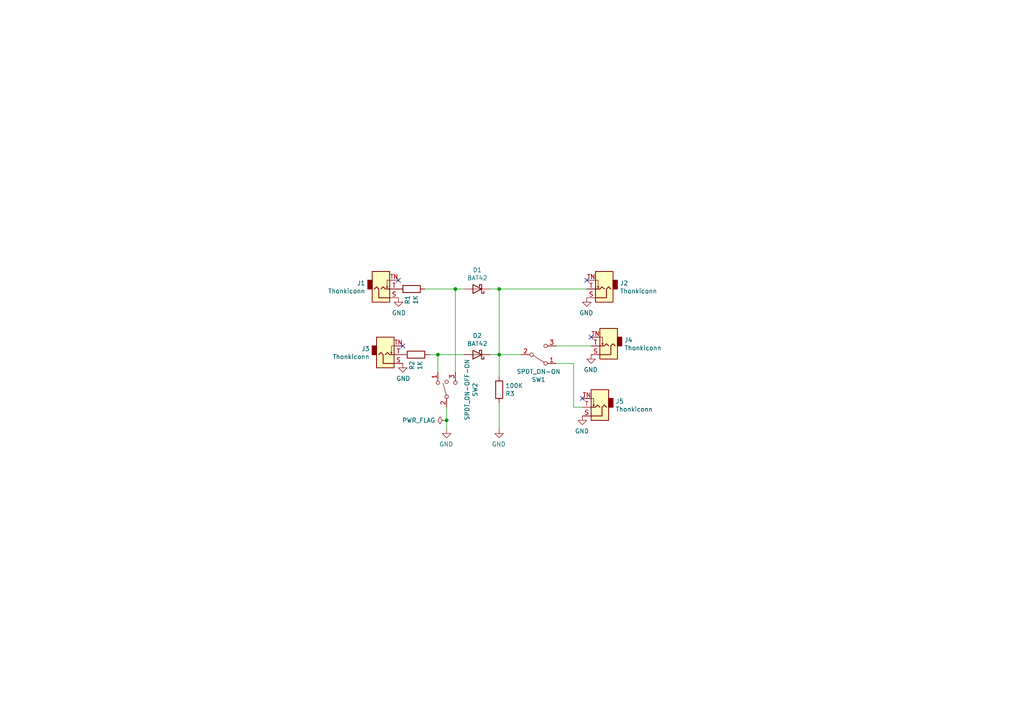
<source format=kicad_sch>
(kicad_sch (version 20211123) (generator eeschema)

  (uuid d3512588-edde-4735-a9a1-be9f02a7cc04)

  (paper "A4")

  (title_block
    (title "TRIGGER WARNING")
    (company "MŽOURACK INDUSTRIES")
  )

  (lib_symbols
    (symbol "Connector:AudioJack2_SwitchT" (in_bom yes) (on_board yes)
      (property "Reference" "J" (id 0) (at 0 8.89 0)
        (effects (font (size 1.27 1.27)))
      )
      (property "Value" "AudioJack2_SwitchT" (id 1) (at 0 6.35 0)
        (effects (font (size 1.27 1.27)))
      )
      (property "Footprint" "" (id 2) (at 0 0 0)
        (effects (font (size 1.27 1.27)) hide)
      )
      (property "Datasheet" "~" (id 3) (at 0 0 0)
        (effects (font (size 1.27 1.27)) hide)
      )
      (property "ki_keywords" "audio jack receptacle mono headphones phone TS connector" (id 4) (at 0 0 0)
        (effects (font (size 1.27 1.27)) hide)
      )
      (property "ki_description" "Audio Jack, 2 Poles (Mono / TS), Switched T Pole (Normalling)" (id 5) (at 0 0 0)
        (effects (font (size 1.27 1.27)) hide)
      )
      (property "ki_fp_filters" "Jack*" (id 6) (at 0 0 0)
        (effects (font (size 1.27 1.27)) hide)
      )
      (symbol "AudioJack2_SwitchT_0_1"
        (rectangle (start -2.54 0) (end -3.81 -2.54)
          (stroke (width 0.254) (type default) (color 0 0 0 0))
          (fill (type outline))
        )
        (polyline
          (pts
            (xy 1.778 -0.254)
            (xy 2.032 -0.762)
          )
          (stroke (width 0) (type default) (color 0 0 0 0))
          (fill (type none))
        )
        (polyline
          (pts
            (xy 0 0)
            (xy 0.635 -0.635)
            (xy 1.27 0)
            (xy 2.54 0)
          )
          (stroke (width 0.254) (type default) (color 0 0 0 0))
          (fill (type none))
        )
        (polyline
          (pts
            (xy 2.54 -2.54)
            (xy 1.778 -2.54)
            (xy 1.778 -0.254)
            (xy 1.524 -0.762)
          )
          (stroke (width 0) (type default) (color 0 0 0 0))
          (fill (type none))
        )
        (polyline
          (pts
            (xy 2.54 2.54)
            (xy -0.635 2.54)
            (xy -0.635 0)
            (xy -1.27 -0.635)
            (xy -1.905 0)
          )
          (stroke (width 0.254) (type default) (color 0 0 0 0))
          (fill (type none))
        )
        (rectangle (start 2.54 3.81) (end -2.54 -5.08)
          (stroke (width 0.254) (type default) (color 0 0 0 0))
          (fill (type background))
        )
      )
      (symbol "AudioJack2_SwitchT_1_1"
        (pin passive line (at 5.08 2.54 180) (length 2.54)
          (name "~" (effects (font (size 1.27 1.27))))
          (number "S" (effects (font (size 1.27 1.27))))
        )
        (pin passive line (at 5.08 0 180) (length 2.54)
          (name "~" (effects (font (size 1.27 1.27))))
          (number "T" (effects (font (size 1.27 1.27))))
        )
        (pin passive line (at 5.08 -2.54 180) (length 2.54)
          (name "~" (effects (font (size 1.27 1.27))))
          (number "TN" (effects (font (size 1.27 1.27))))
        )
      )
    )
    (symbol "Device:R" (pin_numbers hide) (pin_names (offset 0)) (in_bom yes) (on_board yes)
      (property "Reference" "R" (id 0) (at 2.032 0 90)
        (effects (font (size 1.27 1.27)))
      )
      (property "Value" "R" (id 1) (at 0 0 90)
        (effects (font (size 1.27 1.27)))
      )
      (property "Footprint" "" (id 2) (at -1.778 0 90)
        (effects (font (size 1.27 1.27)) hide)
      )
      (property "Datasheet" "~" (id 3) (at 0 0 0)
        (effects (font (size 1.27 1.27)) hide)
      )
      (property "ki_keywords" "R res resistor" (id 4) (at 0 0 0)
        (effects (font (size 1.27 1.27)) hide)
      )
      (property "ki_description" "Resistor" (id 5) (at 0 0 0)
        (effects (font (size 1.27 1.27)) hide)
      )
      (property "ki_fp_filters" "R_*" (id 6) (at 0 0 0)
        (effects (font (size 1.27 1.27)) hide)
      )
      (symbol "R_0_1"
        (rectangle (start -1.016 -2.54) (end 1.016 2.54)
          (stroke (width 0.254) (type default) (color 0 0 0 0))
          (fill (type none))
        )
      )
      (symbol "R_1_1"
        (pin passive line (at 0 3.81 270) (length 1.27)
          (name "~" (effects (font (size 1.27 1.27))))
          (number "1" (effects (font (size 1.27 1.27))))
        )
        (pin passive line (at 0 -3.81 90) (length 1.27)
          (name "~" (effects (font (size 1.27 1.27))))
          (number "2" (effects (font (size 1.27 1.27))))
        )
      )
    )
    (symbol "Diode:BAT42" (pin_numbers hide) (pin_names (offset 1.016) hide) (in_bom yes) (on_board yes)
      (property "Reference" "D" (id 0) (at 0 2.54 0)
        (effects (font (size 1.27 1.27)))
      )
      (property "Value" "BAT42" (id 1) (at 0 -2.54 0)
        (effects (font (size 1.27 1.27)))
      )
      (property "Footprint" "Diode_THT:D_DO-35_SOD27_P7.62mm_Horizontal" (id 2) (at 0 -4.445 0)
        (effects (font (size 1.27 1.27)) hide)
      )
      (property "Datasheet" "http://www.vishay.com/docs/85660/bat42.pdf" (id 3) (at 0 0 0)
        (effects (font (size 1.27 1.27)) hide)
      )
      (property "ki_keywords" "diode Schottky" (id 4) (at 0 0 0)
        (effects (font (size 1.27 1.27)) hide)
      )
      (property "ki_description" "30V 0.2A Small Signal Schottky Diode, DO-35" (id 5) (at 0 0 0)
        (effects (font (size 1.27 1.27)) hide)
      )
      (property "ki_fp_filters" "D*DO?35*" (id 6) (at 0 0 0)
        (effects (font (size 1.27 1.27)) hide)
      )
      (symbol "BAT42_0_1"
        (polyline
          (pts
            (xy 1.27 0)
            (xy -1.27 0)
          )
          (stroke (width 0) (type default) (color 0 0 0 0))
          (fill (type none))
        )
        (polyline
          (pts
            (xy 1.27 1.27)
            (xy 1.27 -1.27)
            (xy -1.27 0)
            (xy 1.27 1.27)
          )
          (stroke (width 0.254) (type default) (color 0 0 0 0))
          (fill (type none))
        )
        (polyline
          (pts
            (xy -1.905 0.635)
            (xy -1.905 1.27)
            (xy -1.27 1.27)
            (xy -1.27 -1.27)
            (xy -0.635 -1.27)
            (xy -0.635 -0.635)
          )
          (stroke (width 0.254) (type default) (color 0 0 0 0))
          (fill (type none))
        )
      )
      (symbol "BAT42_1_1"
        (pin passive line (at -3.81 0 0) (length 2.54)
          (name "K" (effects (font (size 1.27 1.27))))
          (number "1" (effects (font (size 1.27 1.27))))
        )
        (pin passive line (at 3.81 0 180) (length 2.54)
          (name "A" (effects (font (size 1.27 1.27))))
          (number "2" (effects (font (size 1.27 1.27))))
        )
      )
    )
    (symbol "Switch:SW_SPDT" (pin_names (offset 0) hide) (in_bom yes) (on_board yes)
      (property "Reference" "SW" (id 0) (at 0 4.318 0)
        (effects (font (size 1.27 1.27)))
      )
      (property "Value" "SW_SPDT" (id 1) (at 0 -5.08 0)
        (effects (font (size 1.27 1.27)))
      )
      (property "Footprint" "" (id 2) (at 0 0 0)
        (effects (font (size 1.27 1.27)) hide)
      )
      (property "Datasheet" "~" (id 3) (at 0 0 0)
        (effects (font (size 1.27 1.27)) hide)
      )
      (property "ki_keywords" "switch single-pole double-throw spdt ON-ON" (id 4) (at 0 0 0)
        (effects (font (size 1.27 1.27)) hide)
      )
      (property "ki_description" "Switch, single pole double throw" (id 5) (at 0 0 0)
        (effects (font (size 1.27 1.27)) hide)
      )
      (symbol "SW_SPDT_0_0"
        (circle (center -2.032 0) (radius 0.508)
          (stroke (width 0) (type default) (color 0 0 0 0))
          (fill (type none))
        )
        (circle (center 2.032 -2.54) (radius 0.508)
          (stroke (width 0) (type default) (color 0 0 0 0))
          (fill (type none))
        )
      )
      (symbol "SW_SPDT_0_1"
        (polyline
          (pts
            (xy -1.524 0.254)
            (xy 1.651 2.286)
          )
          (stroke (width 0) (type default) (color 0 0 0 0))
          (fill (type none))
        )
        (circle (center 2.032 2.54) (radius 0.508)
          (stroke (width 0) (type default) (color 0 0 0 0))
          (fill (type none))
        )
      )
      (symbol "SW_SPDT_1_1"
        (pin passive line (at 5.08 2.54 180) (length 2.54)
          (name "A" (effects (font (size 1.27 1.27))))
          (number "1" (effects (font (size 1.27 1.27))))
        )
        (pin passive line (at -5.08 0 0) (length 2.54)
          (name "B" (effects (font (size 1.27 1.27))))
          (number "2" (effects (font (size 1.27 1.27))))
        )
        (pin passive line (at 5.08 -2.54 180) (length 2.54)
          (name "C" (effects (font (size 1.27 1.27))))
          (number "3" (effects (font (size 1.27 1.27))))
        )
      )
    )
    (symbol "Switch:SW_SPDT_MSM" (pin_names (offset 0) hide) (in_bom yes) (on_board yes)
      (property "Reference" "SW" (id 0) (at 0 5.08 0)
        (effects (font (size 1.27 1.27)))
      )
      (property "Value" "SW_SPDT_MSM" (id 1) (at 0 -5.08 0)
        (effects (font (size 1.27 1.27)))
      )
      (property "Footprint" "" (id 2) (at 0 0 0)
        (effects (font (size 1.27 1.27)) hide)
      )
      (property "Datasheet" "~" (id 3) (at 0 0 0)
        (effects (font (size 1.27 1.27)) hide)
      )
      (property "ki_keywords" "switch spdt single-pole double-throw ON-OFF-ON" (id 4) (at 0 0 0)
        (effects (font (size 1.27 1.27)) hide)
      )
      (property "ki_description" "Switch, single pole double throw, center OFF position" (id 5) (at 0 0 0)
        (effects (font (size 1.27 1.27)) hide)
      )
      (symbol "SW_SPDT_MSM_0_0"
        (circle (center -2.032 0) (radius 0.508)
          (stroke (width 0) (type default) (color 0 0 0 0))
          (fill (type none))
        )
        (polyline
          (pts
            (xy -1.524 0.127)
            (xy 1.778 1.016)
          )
          (stroke (width 0) (type default) (color 0 0 0 0))
          (fill (type none))
        )
        (circle (center 2.032 -2.54) (radius 0.508)
          (stroke (width 0) (type default) (color 0 0 0 0))
          (fill (type none))
        )
      )
      (symbol "SW_SPDT_MSM_0_1"
        (circle (center 2.032 2.54) (radius 0.508)
          (stroke (width 0) (type default) (color 0 0 0 0))
          (fill (type none))
        )
        (circle (center 2.286 0) (radius 0.508)
          (stroke (width 0) (type default) (color 0 0 0 0))
          (fill (type none))
        )
      )
      (symbol "SW_SPDT_MSM_1_1"
        (pin passive line (at 5.08 2.54 180) (length 2.54)
          (name "1" (effects (font (size 1.27 1.27))))
          (number "1" (effects (font (size 1.27 1.27))))
        )
        (pin passive line (at -5.08 0 0) (length 2.54)
          (name "2" (effects (font (size 1.27 1.27))))
          (number "2" (effects (font (size 1.27 1.27))))
        )
        (pin passive line (at 5.08 -2.54 180) (length 2.54)
          (name "3" (effects (font (size 1.27 1.27))))
          (number "3" (effects (font (size 1.27 1.27))))
        )
      )
    )
    (symbol "power:GND" (power) (pin_names (offset 0)) (in_bom yes) (on_board yes)
      (property "Reference" "#PWR" (id 0) (at 0 -6.35 0)
        (effects (font (size 1.27 1.27)) hide)
      )
      (property "Value" "GND" (id 1) (at 0 -3.81 0)
        (effects (font (size 1.27 1.27)))
      )
      (property "Footprint" "" (id 2) (at 0 0 0)
        (effects (font (size 1.27 1.27)) hide)
      )
      (property "Datasheet" "" (id 3) (at 0 0 0)
        (effects (font (size 1.27 1.27)) hide)
      )
      (property "ki_keywords" "power-flag" (id 4) (at 0 0 0)
        (effects (font (size 1.27 1.27)) hide)
      )
      (property "ki_description" "Power symbol creates a global label with name \"GND\" , ground" (id 5) (at 0 0 0)
        (effects (font (size 1.27 1.27)) hide)
      )
      (symbol "GND_0_1"
        (polyline
          (pts
            (xy 0 0)
            (xy 0 -1.27)
            (xy 1.27 -1.27)
            (xy 0 -2.54)
            (xy -1.27 -1.27)
            (xy 0 -1.27)
          )
          (stroke (width 0) (type default) (color 0 0 0 0))
          (fill (type none))
        )
      )
      (symbol "GND_1_1"
        (pin power_in line (at 0 0 270) (length 0) hide
          (name "GND" (effects (font (size 1.27 1.27))))
          (number "1" (effects (font (size 1.27 1.27))))
        )
      )
    )
    (symbol "power:PWR_FLAG" (power) (pin_numbers hide) (pin_names (offset 0) hide) (in_bom yes) (on_board yes)
      (property "Reference" "#FLG" (id 0) (at 0 1.905 0)
        (effects (font (size 1.27 1.27)) hide)
      )
      (property "Value" "PWR_FLAG" (id 1) (at 0 3.81 0)
        (effects (font (size 1.27 1.27)))
      )
      (property "Footprint" "" (id 2) (at 0 0 0)
        (effects (font (size 1.27 1.27)) hide)
      )
      (property "Datasheet" "~" (id 3) (at 0 0 0)
        (effects (font (size 1.27 1.27)) hide)
      )
      (property "ki_keywords" "power-flag" (id 4) (at 0 0 0)
        (effects (font (size 1.27 1.27)) hide)
      )
      (property "ki_description" "Special symbol for telling ERC where power comes from" (id 5) (at 0 0 0)
        (effects (font (size 1.27 1.27)) hide)
      )
      (symbol "PWR_FLAG_0_0"
        (pin power_out line (at 0 0 90) (length 0)
          (name "pwr" (effects (font (size 1.27 1.27))))
          (number "1" (effects (font (size 1.27 1.27))))
        )
      )
      (symbol "PWR_FLAG_0_1"
        (polyline
          (pts
            (xy 0 0)
            (xy 0 1.27)
            (xy -1.016 1.905)
            (xy 0 2.54)
            (xy 1.016 1.905)
            (xy 0 1.27)
          )
          (stroke (width 0) (type default) (color 0 0 0 0))
          (fill (type none))
        )
      )
    )
  )

  (junction (at 127 102.87) (diameter 0) (color 0 0 0 0)
    (uuid 036afffe-cbbf-4ead-9c0c-ea4c435dd04c)
  )
  (junction (at 144.78 102.87) (diameter 0) (color 0 0 0 0)
    (uuid 464aa031-265c-410d-83c1-58d5ac5e6c8d)
  )
  (junction (at 132.08 83.82) (diameter 0) (color 0 0 0 0)
    (uuid aff9b94a-3155-4d61-8287-3dc8c06c9c02)
  )
  (junction (at 144.78 83.82) (diameter 0) (color 0 0 0 0)
    (uuid d873f0f6-b4ce-4566-acf6-f884a791b77a)
  )
  (junction (at 129.54 121.92) (diameter 0) (color 0 0 0 0)
    (uuid e1772ffd-d3c3-4dc7-9a3d-473657b66706)
  )

  (no_connect (at 171.45 97.79) (uuid 483ee375-806b-49a8-b71d-1527b4383c9b))
  (no_connect (at 115.57 81.28) (uuid 48cc21ce-c00d-4b37-9243-62c970c20152))
  (no_connect (at 168.91 115.57) (uuid a7cf9252-7b9d-4fb8-9c38-9f8f0d721bbd))
  (no_connect (at 116.84 100.33) (uuid d3d3b61e-72a7-4ced-b048-77694ef8fa81))
  (no_connect (at 170.18 81.28) (uuid ee4c6544-dcb2-4120-b150-5c4d1c49c47d))

  (wire (pts (xy 161.29 105.41) (xy 166.37 105.41))
    (stroke (width 0) (type default) (color 0 0 0 0))
    (uuid 2907f03e-6b26-4b62-93d5-6d22be7dc3a8)
  )
  (wire (pts (xy 144.78 102.87) (xy 151.13 102.87))
    (stroke (width 0) (type default) (color 0 0 0 0))
    (uuid 3127bfbe-9998-4981-8240-6dbe5c6c4200)
  )
  (wire (pts (xy 161.29 100.33) (xy 171.45 100.33))
    (stroke (width 0) (type default) (color 0 0 0 0))
    (uuid 357049db-c668-4a77-9a25-ce8b90dfd32b)
  )
  (wire (pts (xy 168.91 118.11) (xy 166.37 118.11))
    (stroke (width 0) (type default) (color 0 0 0 0))
    (uuid 35bc867a-9c04-4f91-a36d-12dfdd2da01e)
  )
  (wire (pts (xy 129.54 121.92) (xy 129.54 118.11))
    (stroke (width 0) (type default) (color 0 0 0 0))
    (uuid 36d12c11-edfd-4a90-8686-995da7ce1748)
  )
  (wire (pts (xy 144.78 116.84) (xy 144.78 124.46))
    (stroke (width 0) (type default) (color 0 0 0 0))
    (uuid 4e7cc6e5-aced-4989-bbbb-e93c89ac78a7)
  )
  (wire (pts (xy 124.46 102.87) (xy 127 102.87))
    (stroke (width 0) (type default) (color 0 0 0 0))
    (uuid 54ca8ca9-4f16-40cf-97a4-31a0081cfa8b)
  )
  (wire (pts (xy 127 107.95) (xy 127 102.87))
    (stroke (width 0) (type default) (color 0 0 0 0))
    (uuid 56f55bb6-4eed-416b-b118-9d46bea66843)
  )
  (wire (pts (xy 127 102.87) (xy 134.62 102.87))
    (stroke (width 0) (type default) (color 0 0 0 0))
    (uuid 59ed5280-2b07-4e66-a7e0-df21615d622c)
  )
  (wire (pts (xy 129.54 124.46) (xy 129.54 121.92))
    (stroke (width 0) (type default) (color 0 0 0 0))
    (uuid 6a86cf05-0add-42b9-a9a0-9b4aeb996306)
  )
  (wire (pts (xy 144.78 83.82) (xy 170.18 83.82))
    (stroke (width 0) (type default) (color 0 0 0 0))
    (uuid 813ef21e-74e3-4161-8789-36ea572d843c)
  )
  (wire (pts (xy 142.24 102.87) (xy 144.78 102.87))
    (stroke (width 0) (type default) (color 0 0 0 0))
    (uuid 84c59850-a617-4b8e-9935-4a3c13fa674f)
  )
  (wire (pts (xy 132.08 83.82) (xy 134.62 83.82))
    (stroke (width 0) (type default) (color 0 0 0 0))
    (uuid 87ea4f0e-d72e-4b86-8009-8a368762ec71)
  )
  (wire (pts (xy 123.19 83.82) (xy 132.08 83.82))
    (stroke (width 0) (type default) (color 0 0 0 0))
    (uuid 9f9126b0-dd1e-49be-922e-fd09297e0548)
  )
  (wire (pts (xy 144.78 83.82) (xy 144.78 102.87))
    (stroke (width 0) (type default) (color 0 0 0 0))
    (uuid a05b7b41-d584-47db-9de6-426482000335)
  )
  (wire (pts (xy 166.37 105.41) (xy 166.37 118.11))
    (stroke (width 0) (type default) (color 0 0 0 0))
    (uuid b81bd43c-084d-4a5d-88ab-195d5e5035a2)
  )
  (wire (pts (xy 132.08 83.82) (xy 132.08 107.95))
    (stroke (width 0) (type default) (color 0 0 0 0))
    (uuid bc37e474-697e-494e-b44a-99e7cedaeb3c)
  )
  (wire (pts (xy 142.24 83.82) (xy 144.78 83.82))
    (stroke (width 0) (type default) (color 0 0 0 0))
    (uuid d3de50b0-1589-4d91-93f2-c442506abfb3)
  )
  (wire (pts (xy 144.78 109.22) (xy 144.78 102.87))
    (stroke (width 0) (type default) (color 0 0 0 0))
    (uuid e6c97644-92a3-4952-ae44-73243f67c959)
  )

  (symbol (lib_id "Switch:SW_SPDT_MSM") (at 129.54 113.03 90) (unit 1)
    (in_bom yes) (on_board yes)
    (uuid 00000000-0000-0000-0000-000061a2726f)
    (property "Reference" "SW2" (id 0) (at 137.795 113.03 0))
    (property "Value" "" (id 1) (at 135.4836 113.03 0))
    (property "Footprint" "" (id 2) (at 129.54 113.03 0)
      (effects (font (size 1.27 1.27)) hide)
    )
    (property "Datasheet" "https://www.tme.eu/cz/details/tssm1032a2/packove-prepinace/ninigi/" (id 3) (at 129.54 113.03 0)
      (effects (font (size 1.27 1.27)) hide)
    )
    (pin "1" (uuid ebb75d9d-2dfd-4f40-90a8-73b11a1cc4ad))
    (pin "2" (uuid 3842bf48-8c1d-4d6d-aba4-d4c6e0195075))
    (pin "3" (uuid 0da5665c-7fa4-4b65-9762-27f2eae1e1ad))
  )

  (symbol (lib_id "power:GND") (at 129.54 124.46 0) (mirror y) (unit 1)
    (in_bom yes) (on_board yes)
    (uuid 00000000-0000-0000-0000-000061a28bda)
    (property "Reference" "#PWR0101" (id 0) (at 129.54 130.81 0)
      (effects (font (size 1.27 1.27)) hide)
    )
    (property "Value" "" (id 1) (at 129.413 128.8542 0))
    (property "Footprint" "" (id 2) (at 129.54 124.46 0)
      (effects (font (size 1.27 1.27)) hide)
    )
    (property "Datasheet" "" (id 3) (at 129.54 124.46 0)
      (effects (font (size 1.27 1.27)) hide)
    )
    (pin "1" (uuid 6cdc7005-8faa-427e-b63e-2dd4c1df1558))
  )

  (symbol (lib_id "Connector:AudioJack2_SwitchT") (at 110.49 83.82 0) (mirror x) (unit 1)
    (in_bom yes) (on_board yes)
    (uuid 00000000-0000-0000-0000-000061a2dd1a)
    (property "Reference" "J1" (id 0) (at 105.9434 82.1182 0)
      (effects (font (size 1.27 1.27)) (justify right))
    )
    (property "Value" "" (id 1) (at 105.9434 84.4296 0)
      (effects (font (size 1.27 1.27)) (justify right))
    )
    (property "Footprint" "" (id 2) (at 110.49 83.82 0)
      (effects (font (size 1.27 1.27)) hide)
    )
    (property "Datasheet" "~" (id 3) (at 110.49 83.82 0)
      (effects (font (size 1.27 1.27)) hide)
    )
    (pin "S" (uuid a003d47d-547c-4812-8540-e55949d5f025))
    (pin "T" (uuid df9d8059-705b-4e23-8881-85c09f095ce1))
    (pin "TN" (uuid 00fead78-ab97-4d00-b653-286a285aff1c))
  )

  (symbol (lib_id "Connector:AudioJack2_SwitchT") (at 111.76 102.87 0) (mirror x) (unit 1)
    (in_bom yes) (on_board yes)
    (uuid 00000000-0000-0000-0000-000061a2dd20)
    (property "Reference" "J3" (id 0) (at 107.2134 101.1682 0)
      (effects (font (size 1.27 1.27)) (justify right))
    )
    (property "Value" "" (id 1) (at 107.2134 103.4796 0)
      (effects (font (size 1.27 1.27)) (justify right))
    )
    (property "Footprint" "" (id 2) (at 111.76 102.87 0)
      (effects (font (size 1.27 1.27)) hide)
    )
    (property "Datasheet" "~" (id 3) (at 111.76 102.87 0)
      (effects (font (size 1.27 1.27)) hide)
    )
    (pin "S" (uuid 7e342b4f-7501-49c0-90f6-b46e91677352))
    (pin "T" (uuid c7b834fd-fd8d-428d-99f3-2e74488cb727))
    (pin "TN" (uuid be52856a-61d7-426c-bdfb-479a5f1a17d8))
  )

  (symbol (lib_id "power:GND") (at 115.57 86.36 0) (unit 1)
    (in_bom yes) (on_board yes)
    (uuid 00000000-0000-0000-0000-000061a2dd27)
    (property "Reference" "#PWR0102" (id 0) (at 115.57 92.71 0)
      (effects (font (size 1.27 1.27)) hide)
    )
    (property "Value" "" (id 1) (at 115.697 90.7542 0))
    (property "Footprint" "" (id 2) (at 115.57 86.36 0)
      (effects (font (size 1.27 1.27)) hide)
    )
    (property "Datasheet" "" (id 3) (at 115.57 86.36 0)
      (effects (font (size 1.27 1.27)) hide)
    )
    (pin "1" (uuid bc569938-ea0f-44d8-8756-2e08276c425c))
  )

  (symbol (lib_id "power:GND") (at 116.84 105.41 0) (unit 1)
    (in_bom yes) (on_board yes)
    (uuid 00000000-0000-0000-0000-000061a2dd2d)
    (property "Reference" "#PWR0103" (id 0) (at 116.84 111.76 0)
      (effects (font (size 1.27 1.27)) hide)
    )
    (property "Value" "" (id 1) (at 116.967 109.8042 0))
    (property "Footprint" "" (id 2) (at 116.84 105.41 0)
      (effects (font (size 1.27 1.27)) hide)
    )
    (property "Datasheet" "" (id 3) (at 116.84 105.41 0)
      (effects (font (size 1.27 1.27)) hide)
    )
    (pin "1" (uuid d7668b96-e229-4fba-aeb4-2a94f4a24c00))
  )

  (symbol (lib_id "Device:R") (at 119.38 83.82 90) (mirror x) (unit 1)
    (in_bom yes) (on_board yes)
    (uuid 00000000-0000-0000-0000-000061a367ea)
    (property "Reference" "R1" (id 0) (at 118.2116 85.598 0)
      (effects (font (size 1.27 1.27)) (justify left))
    )
    (property "Value" "" (id 1) (at 120.523 85.598 0)
      (effects (font (size 1.27 1.27)) (justify left))
    )
    (property "Footprint" "" (id 2) (at 119.38 82.042 90)
      (effects (font (size 1.27 1.27)) hide)
    )
    (property "Datasheet" "~" (id 3) (at 119.38 83.82 0)
      (effects (font (size 1.27 1.27)) hide)
    )
    (pin "1" (uuid b3e7517a-47c4-4f86-931c-5c165f0f9e62))
    (pin "2" (uuid 6ff3b64d-7e5b-4fc2-81eb-a5c739588326))
  )

  (symbol (lib_id "Device:R") (at 120.65 102.87 90) (mirror x) (unit 1)
    (in_bom yes) (on_board yes)
    (uuid 00000000-0000-0000-0000-000061a3a0be)
    (property "Reference" "R2" (id 0) (at 119.4816 104.648 0)
      (effects (font (size 1.27 1.27)) (justify left))
    )
    (property "Value" "" (id 1) (at 121.793 104.648 0)
      (effects (font (size 1.27 1.27)) (justify left))
    )
    (property "Footprint" "" (id 2) (at 120.65 101.092 90)
      (effects (font (size 1.27 1.27)) hide)
    )
    (property "Datasheet" "~" (id 3) (at 120.65 102.87 0)
      (effects (font (size 1.27 1.27)) hide)
    )
    (pin "1" (uuid 2f0bf4c1-b476-4de8-aae9-e630b45b1a5f))
    (pin "2" (uuid b72c9b2d-39a9-434e-b278-11e90340d9b7))
  )

  (symbol (lib_id "Connector:AudioJack2_SwitchT") (at 175.26 83.82 180) (unit 1)
    (in_bom yes) (on_board yes)
    (uuid 00000000-0000-0000-0000-000061a483d2)
    (property "Reference" "J2" (id 0) (at 179.8066 82.1182 0)
      (effects (font (size 1.27 1.27)) (justify right))
    )
    (property "Value" "" (id 1) (at 179.8066 84.4296 0)
      (effects (font (size 1.27 1.27)) (justify right))
    )
    (property "Footprint" "" (id 2) (at 175.26 83.82 0)
      (effects (font (size 1.27 1.27)) hide)
    )
    (property "Datasheet" "~" (id 3) (at 175.26 83.82 0)
      (effects (font (size 1.27 1.27)) hide)
    )
    (pin "S" (uuid af2476f3-a46d-46e8-8bc0-e166d2413d62))
    (pin "T" (uuid 8474aff4-e94d-4d3a-9e14-af7faa7191fe))
    (pin "TN" (uuid e72bf2b0-0cfb-4238-91fa-0ea1bb2ca510))
  )

  (symbol (lib_id "power:GND") (at 170.18 86.36 0) (mirror y) (unit 1)
    (in_bom yes) (on_board yes)
    (uuid 00000000-0000-0000-0000-000061a483d8)
    (property "Reference" "#PWR0104" (id 0) (at 170.18 92.71 0)
      (effects (font (size 1.27 1.27)) hide)
    )
    (property "Value" "" (id 1) (at 170.053 90.7542 0))
    (property "Footprint" "" (id 2) (at 170.18 86.36 0)
      (effects (font (size 1.27 1.27)) hide)
    )
    (property "Datasheet" "" (id 3) (at 170.18 86.36 0)
      (effects (font (size 1.27 1.27)) hide)
    )
    (pin "1" (uuid 69e55618-f888-4360-8629-493aeef22fa6))
  )

  (symbol (lib_id "Device:R") (at 144.78 113.03 0) (mirror x) (unit 1)
    (in_bom yes) (on_board yes)
    (uuid 00000000-0000-0000-0000-000061a483e5)
    (property "Reference" "R3" (id 0) (at 146.558 114.1984 0)
      (effects (font (size 1.27 1.27)) (justify left))
    )
    (property "Value" "" (id 1) (at 146.558 111.887 0)
      (effects (font (size 1.27 1.27)) (justify left))
    )
    (property "Footprint" "" (id 2) (at 143.002 113.03 90)
      (effects (font (size 1.27 1.27)) hide)
    )
    (property "Datasheet" "~" (id 3) (at 144.78 113.03 0)
      (effects (font (size 1.27 1.27)) hide)
    )
    (pin "1" (uuid e86176a2-ffd5-408f-b297-a6d1a1702e5b))
    (pin "2" (uuid 7b95cbcd-b3a4-425e-af0d-48b756c45926))
  )

  (symbol (lib_id "power:GND") (at 144.78 124.46 0) (mirror y) (unit 1)
    (in_bom yes) (on_board yes)
    (uuid 00000000-0000-0000-0000-000061a483f8)
    (property "Reference" "#PWR0105" (id 0) (at 144.78 130.81 0)
      (effects (font (size 1.27 1.27)) hide)
    )
    (property "Value" "" (id 1) (at 144.653 128.8542 0))
    (property "Footprint" "" (id 2) (at 144.78 124.46 0)
      (effects (font (size 1.27 1.27)) hide)
    )
    (property "Datasheet" "" (id 3) (at 144.78 124.46 0)
      (effects (font (size 1.27 1.27)) hide)
    )
    (pin "1" (uuid a565e2bc-f949-4330-acf1-7801f95d22d9))
  )

  (symbol (lib_id "Connector:AudioJack2_SwitchT") (at 176.53 100.33 180) (unit 1)
    (in_bom yes) (on_board yes)
    (uuid 00000000-0000-0000-0000-000061a483ff)
    (property "Reference" "J4" (id 0) (at 181.0766 98.6282 0)
      (effects (font (size 1.27 1.27)) (justify right))
    )
    (property "Value" "" (id 1) (at 181.0766 100.9396 0)
      (effects (font (size 1.27 1.27)) (justify right))
    )
    (property "Footprint" "" (id 2) (at 176.53 100.33 0)
      (effects (font (size 1.27 1.27)) hide)
    )
    (property "Datasheet" "~" (id 3) (at 176.53 100.33 0)
      (effects (font (size 1.27 1.27)) hide)
    )
    (pin "S" (uuid 06d47415-8d74-4a4c-985b-d496df78c670))
    (pin "T" (uuid c6993b1a-251d-468e-bf5f-2830f3d60e4d))
    (pin "TN" (uuid 2d3606cb-4051-4072-a225-14ffee6def6b))
  )

  (symbol (lib_id "power:GND") (at 171.45 102.87 0) (mirror y) (unit 1)
    (in_bom yes) (on_board yes)
    (uuid 00000000-0000-0000-0000-000061a48405)
    (property "Reference" "#PWR0106" (id 0) (at 171.45 109.22 0)
      (effects (font (size 1.27 1.27)) hide)
    )
    (property "Value" "" (id 1) (at 171.323 107.2642 0))
    (property "Footprint" "" (id 2) (at 171.45 102.87 0)
      (effects (font (size 1.27 1.27)) hide)
    )
    (property "Datasheet" "" (id 3) (at 171.45 102.87 0)
      (effects (font (size 1.27 1.27)) hide)
    )
    (pin "1" (uuid c3b10306-ffea-4360-a540-14b7f64a3a06))
  )

  (symbol (lib_id "Switch:SW_SPDT") (at 156.21 102.87 0) (mirror x) (unit 1)
    (in_bom yes) (on_board yes)
    (uuid 00000000-0000-0000-0000-000061a4840d)
    (property "Reference" "SW1" (id 0) (at 156.21 110.109 0))
    (property "Value" "" (id 1) (at 156.21 107.7976 0))
    (property "Footprint" "" (id 2) (at 156.21 102.87 0)
      (effects (font (size 1.27 1.27)) hide)
    )
    (property "Datasheet" "https://www.tme.eu/cz/details/200msp1t1b1m2qeh/packove-prepinace/e-switch/" (id 3) (at 156.21 102.87 0)
      (effects (font (size 1.27 1.27)) hide)
    )
    (pin "1" (uuid 98d191c8-54e5-4218-949e-93d6c9f0649c))
    (pin "2" (uuid 9809d68c-9d20-4156-9130-5d89bd55c44f))
    (pin "3" (uuid f76486c3-752b-4eb0-9ee6-ca64036b7a69))
  )

  (symbol (lib_id "Diode:BAT42") (at 138.43 83.82 180) (unit 1)
    (in_bom yes) (on_board yes)
    (uuid 00000000-0000-0000-0000-000061a48413)
    (property "Reference" "D1" (id 0) (at 138.43 78.3082 0))
    (property "Value" "" (id 1) (at 138.43 80.6196 0))
    (property "Footprint" "" (id 2) (at 138.43 79.375 0)
      (effects (font (size 1.27 1.27)) hide)
    )
    (property "Datasheet" "http://www.vishay.com/docs/85660/bat42.pdf" (id 3) (at 138.43 83.82 0)
      (effects (font (size 1.27 1.27)) hide)
    )
    (pin "1" (uuid 4a1f4571-b5e2-4942-a2cd-fc8c36372978))
    (pin "2" (uuid 678e37e1-4fd3-4610-983e-95eb80874f2e))
  )

  (symbol (lib_id "Diode:BAT42") (at 138.43 102.87 180) (unit 1)
    (in_bom yes) (on_board yes)
    (uuid 00000000-0000-0000-0000-000061a48419)
    (property "Reference" "D2" (id 0) (at 138.43 97.3582 0))
    (property "Value" "" (id 1) (at 138.43 99.6696 0))
    (property "Footprint" "" (id 2) (at 138.43 98.425 0)
      (effects (font (size 1.27 1.27)) hide)
    )
    (property "Datasheet" "http://www.vishay.com/docs/85660/bat42.pdf" (id 3) (at 138.43 102.87 0)
      (effects (font (size 1.27 1.27)) hide)
    )
    (pin "1" (uuid 7da48723-360a-4a4d-864c-36c05a9c81f8))
    (pin "2" (uuid 5bf3a287-1f81-463b-9fde-1004742351f8))
  )

  (symbol (lib_id "power:PWR_FLAG") (at 129.54 121.92 90) (unit 1)
    (in_bom yes) (on_board yes)
    (uuid 00000000-0000-0000-0000-000061a48428)
    (property "Reference" "#FLG0101" (id 0) (at 127.635 121.92 0)
      (effects (font (size 1.27 1.27)) hide)
    )
    (property "Value" "" (id 1) (at 126.2888 121.92 90)
      (effects (font (size 1.27 1.27)) (justify left))
    )
    (property "Footprint" "" (id 2) (at 129.54 121.92 0)
      (effects (font (size 1.27 1.27)) hide)
    )
    (property "Datasheet" "~" (id 3) (at 129.54 121.92 0)
      (effects (font (size 1.27 1.27)) hide)
    )
    (pin "1" (uuid 1c29d6e5-a7ee-4000-9ad0-154b17078c36))
  )

  (symbol (lib_id "Connector:AudioJack2_SwitchT") (at 173.99 118.11 180) (unit 1)
    (in_bom yes) (on_board yes)
    (uuid 00000000-0000-0000-0000-000061a6d0e3)
    (property "Reference" "J5" (id 0) (at 178.5366 116.4082 0)
      (effects (font (size 1.27 1.27)) (justify right))
    )
    (property "Value" "" (id 1) (at 178.5366 118.7196 0)
      (effects (font (size 1.27 1.27)) (justify right))
    )
    (property "Footprint" "" (id 2) (at 173.99 118.11 0)
      (effects (font (size 1.27 1.27)) hide)
    )
    (property "Datasheet" "~" (id 3) (at 173.99 118.11 0)
      (effects (font (size 1.27 1.27)) hide)
    )
    (pin "S" (uuid 49ff9f5a-6505-4854-844d-95f25f0499a4))
    (pin "T" (uuid 8f44e620-8200-441c-a780-50d5d303cb43))
    (pin "TN" (uuid 1afbc736-f8a6-4af8-9a81-e1b188c36168))
  )

  (symbol (lib_id "power:GND") (at 168.91 120.65 0) (mirror y) (unit 1)
    (in_bom yes) (on_board yes)
    (uuid 00000000-0000-0000-0000-000061a6d0e9)
    (property "Reference" "#PWR01" (id 0) (at 168.91 127 0)
      (effects (font (size 1.27 1.27)) hide)
    )
    (property "Value" "" (id 1) (at 168.783 125.0442 0))
    (property "Footprint" "" (id 2) (at 168.91 120.65 0)
      (effects (font (size 1.27 1.27)) hide)
    )
    (property "Datasheet" "" (id 3) (at 168.91 120.65 0)
      (effects (font (size 1.27 1.27)) hide)
    )
    (pin "1" (uuid fa9aa826-7d12-4036-98c8-ef7aba82ec3c))
  )

  (sheet_instances
    (path "/" (page "1"))
  )

  (symbol_instances
    (path "/00000000-0000-0000-0000-000061a48428"
      (reference "#FLG0101") (unit 1) (value "PWR_FLAG") (footprint "")
    )
    (path "/00000000-0000-0000-0000-000061a6d0e9"
      (reference "#PWR01") (unit 1) (value "GND") (footprint "")
    )
    (path "/00000000-0000-0000-0000-000061a28bda"
      (reference "#PWR0101") (unit 1) (value "GND") (footprint "")
    )
    (path "/00000000-0000-0000-0000-000061a2dd27"
      (reference "#PWR0102") (unit 1) (value "GND") (footprint "")
    )
    (path "/00000000-0000-0000-0000-000061a2dd2d"
      (reference "#PWR0103") (unit 1) (value "GND") (footprint "")
    )
    (path "/00000000-0000-0000-0000-000061a483d8"
      (reference "#PWR0104") (unit 1) (value "GND") (footprint "")
    )
    (path "/00000000-0000-0000-0000-000061a483f8"
      (reference "#PWR0105") (unit 1) (value "GND") (footprint "")
    )
    (path "/00000000-0000-0000-0000-000061a48405"
      (reference "#PWR0106") (unit 1) (value "GND") (footprint "")
    )
    (path "/00000000-0000-0000-0000-000061a48413"
      (reference "D1") (unit 1) (value "BAT42") (footprint "Diode_THT:D_DO-35_SOD27_P7.62mm_Horizontal")
    )
    (path "/00000000-0000-0000-0000-000061a48419"
      (reference "D2") (unit 1) (value "BAT42") (footprint "Diode_THT:D_DO-35_SOD27_P7.62mm_Horizontal")
    )
    (path "/00000000-0000-0000-0000-000061a2dd1a"
      (reference "J1") (unit 1) (value "Thonkiconn") (footprint "trigger_warning:Jack_3.5mm_QingPu_WQP-PJ398SM_Vertical")
    )
    (path "/00000000-0000-0000-0000-000061a483d2"
      (reference "J2") (unit 1) (value "Thonkiconn") (footprint "trigger_warning:Jack_3.5mm_QingPu_WQP-PJ398SM_Vertical")
    )
    (path "/00000000-0000-0000-0000-000061a2dd20"
      (reference "J3") (unit 1) (value "Thonkiconn") (footprint "trigger_warning:Jack_3.5mm_QingPu_WQP-PJ398SM_Vertical")
    )
    (path "/00000000-0000-0000-0000-000061a483ff"
      (reference "J4") (unit 1) (value "Thonkiconn") (footprint "trigger_warning:Jack_3.5mm_QingPu_WQP-PJ398SM_Vertical")
    )
    (path "/00000000-0000-0000-0000-000061a6d0e3"
      (reference "J5") (unit 1) (value "Thonkiconn") (footprint "AudioJacks:Jack_3.5mm_QingPu_WQP-PJ398SM_Vertical")
    )
    (path "/00000000-0000-0000-0000-000061a367ea"
      (reference "R1") (unit 1) (value "1K") (footprint "Resistor_THT:R_Axial_DIN0207_L6.3mm_D2.5mm_P10.16mm_Horizontal")
    )
    (path "/00000000-0000-0000-0000-000061a3a0be"
      (reference "R2") (unit 1) (value "1K") (footprint "Resistor_THT:R_Axial_DIN0207_L6.3mm_D2.5mm_P10.16mm_Horizontal")
    )
    (path "/00000000-0000-0000-0000-000061a483e5"
      (reference "R3") (unit 1) (value "100K") (footprint "Resistor_THT:R_Axial_DIN0207_L6.3mm_D2.5mm_P10.16mm_Horizontal")
    )
    (path "/00000000-0000-0000-0000-000061a4840d"
      (reference "SW1") (unit 1) (value "SPDT_ON-ON") (footprint "trigger_warning:submini_switch_3_pin")
    )
    (path "/00000000-0000-0000-0000-000061a2726f"
      (reference "SW2") (unit 1) (value "SPDT_ON-OFF-ON") (footprint "trigger_warning:submini_switch_3_pin")
    )
  )
)

</source>
